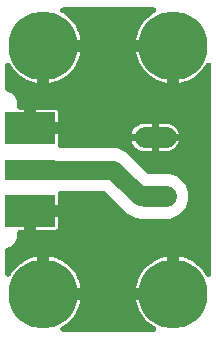
<source format=gbr>
G04 EAGLE Gerber RS-274X export*
G75*
%MOMM*%
%FSLAX34Y34*%
%LPD*%
%INTop Copper*%
%IPPOS*%
%AMOC8*
5,1,8,0,0,1.08239X$1,22.5*%
G01*
%ADD10R,4.191000X1.778000*%
%ADD11R,4.191000X2.667000*%
%ADD12C,1.790700*%
%ADD13C,5.842000*%
%ADD14C,1.600000*%

G36*
X138228Y12666D02*
X138228Y12666D01*
X138286Y12663D01*
X138450Y12686D01*
X138615Y12701D01*
X138671Y12716D01*
X138728Y12724D01*
X138886Y12775D01*
X139046Y12819D01*
X139098Y12844D01*
X139153Y12862D01*
X139299Y12940D01*
X139449Y13012D01*
X139496Y13046D01*
X139546Y13074D01*
X139676Y13177D01*
X139811Y13274D01*
X139851Y13316D01*
X139896Y13352D01*
X140005Y13477D01*
X140120Y13596D01*
X140152Y13645D01*
X140190Y13688D01*
X140275Y13830D01*
X140367Y13968D01*
X140390Y14021D01*
X140420Y14071D01*
X140479Y14226D01*
X140544Y14379D01*
X140557Y14435D01*
X140578Y14489D01*
X140608Y14652D01*
X140646Y14814D01*
X140648Y14871D01*
X140659Y14928D01*
X140659Y15094D01*
X140668Y15260D01*
X140660Y15317D01*
X140660Y15375D01*
X140631Y15538D01*
X140610Y15703D01*
X140592Y15758D01*
X140582Y15815D01*
X140525Y15970D01*
X140474Y16128D01*
X140447Y16179D01*
X140427Y16233D01*
X140343Y16377D01*
X140265Y16523D01*
X140230Y16568D01*
X140200Y16618D01*
X140092Y16744D01*
X139989Y16874D01*
X139946Y16913D01*
X139908Y16956D01*
X139779Y17060D01*
X139655Y17171D01*
X139606Y17201D01*
X139561Y17237D01*
X139348Y17364D01*
X138657Y17734D01*
X136063Y19467D01*
X133652Y21446D01*
X131446Y23652D01*
X129467Y26063D01*
X127734Y28657D01*
X126263Y31408D01*
X125069Y34291D01*
X124164Y37276D01*
X123622Y40001D01*
X152500Y40001D01*
X152550Y40005D01*
X152600Y40003D01*
X152772Y40025D01*
X152945Y40041D01*
X152993Y40054D01*
X153043Y40060D01*
X153208Y40113D01*
X153375Y40159D01*
X153421Y40181D01*
X153468Y40196D01*
X153621Y40277D01*
X153778Y40352D01*
X153819Y40382D01*
X153863Y40405D01*
X153999Y40512D01*
X154140Y40614D01*
X154175Y40650D01*
X154214Y40681D01*
X154329Y40811D01*
X154450Y40936D01*
X154477Y40978D01*
X154510Y41016D01*
X154601Y41164D01*
X154697Y41308D01*
X154717Y41355D01*
X154743Y41397D01*
X154805Y41559D01*
X154874Y41719D01*
X154885Y41767D01*
X154903Y41814D01*
X154936Y41985D01*
X154975Y42154D01*
X154977Y42204D01*
X154987Y42253D01*
X154999Y42500D01*
X154999Y45001D01*
X157500Y45001D01*
X157550Y45005D01*
X157600Y45003D01*
X157772Y45025D01*
X157945Y45041D01*
X157993Y45054D01*
X158043Y45061D01*
X158208Y45113D01*
X158376Y45159D01*
X158421Y45181D01*
X158468Y45196D01*
X158621Y45277D01*
X158778Y45353D01*
X158819Y45382D01*
X158863Y45405D01*
X158999Y45513D01*
X159140Y45614D01*
X159175Y45650D01*
X159214Y45681D01*
X159330Y45811D01*
X159450Y45937D01*
X159477Y45978D01*
X159511Y46016D01*
X159601Y46164D01*
X159697Y46309D01*
X159717Y46355D01*
X159743Y46397D01*
X159805Y46559D01*
X159874Y46719D01*
X159885Y46767D01*
X159903Y46814D01*
X159936Y46985D01*
X159975Y47154D01*
X159978Y47204D01*
X159987Y47253D01*
X159999Y47500D01*
X159999Y76378D01*
X162724Y75836D01*
X165709Y74931D01*
X168592Y73737D01*
X171343Y72266D01*
X173937Y70533D01*
X176348Y68554D01*
X178554Y66348D01*
X180533Y63937D01*
X182266Y61343D01*
X182636Y60652D01*
X182667Y60603D01*
X182692Y60551D01*
X182790Y60417D01*
X182881Y60278D01*
X182920Y60236D01*
X182954Y60189D01*
X183074Y60074D01*
X183188Y59954D01*
X183235Y59920D01*
X183276Y59880D01*
X183415Y59788D01*
X183549Y59690D01*
X183600Y59665D01*
X183648Y59633D01*
X183801Y59567D01*
X183950Y59494D01*
X184006Y59478D01*
X184059Y59456D01*
X184220Y59418D01*
X184380Y59373D01*
X184438Y59368D01*
X184494Y59354D01*
X184659Y59346D01*
X184825Y59330D01*
X184882Y59335D01*
X184940Y59332D01*
X185105Y59354D01*
X185270Y59368D01*
X185326Y59383D01*
X185383Y59390D01*
X185541Y59440D01*
X185701Y59483D01*
X185753Y59508D01*
X185808Y59526D01*
X185955Y59603D01*
X186105Y59674D01*
X186152Y59708D01*
X186203Y59735D01*
X186334Y59837D01*
X186469Y59934D01*
X186509Y59975D01*
X186554Y60011D01*
X186665Y60135D01*
X186780Y60254D01*
X186812Y60302D01*
X186851Y60345D01*
X186937Y60487D01*
X187030Y60625D01*
X187053Y60678D01*
X187083Y60727D01*
X187142Y60881D01*
X187209Y61034D01*
X187223Y61090D01*
X187243Y61144D01*
X187274Y61307D01*
X187313Y61468D01*
X187316Y61526D01*
X187327Y61582D01*
X187339Y61830D01*
X187339Y238170D01*
X187334Y238228D01*
X187337Y238285D01*
X187314Y238450D01*
X187299Y238615D01*
X187284Y238671D01*
X187276Y238728D01*
X187225Y238886D01*
X187181Y239046D01*
X187156Y239098D01*
X187138Y239153D01*
X187060Y239299D01*
X186988Y239449D01*
X186954Y239496D01*
X186926Y239546D01*
X186823Y239676D01*
X186726Y239811D01*
X186684Y239851D01*
X186648Y239896D01*
X186523Y240005D01*
X186404Y240120D01*
X186356Y240152D01*
X186312Y240190D01*
X186170Y240275D01*
X186032Y240367D01*
X185979Y240390D01*
X185929Y240420D01*
X185774Y240479D01*
X185621Y240544D01*
X185565Y240557D01*
X185511Y240578D01*
X185348Y240608D01*
X185186Y240646D01*
X185129Y240648D01*
X185072Y240659D01*
X184906Y240659D01*
X184740Y240668D01*
X184683Y240660D01*
X184625Y240660D01*
X184462Y240631D01*
X184297Y240610D01*
X184242Y240593D01*
X184185Y240582D01*
X184030Y240525D01*
X183872Y240474D01*
X183821Y240447D01*
X183767Y240427D01*
X183624Y240343D01*
X183477Y240265D01*
X183431Y240229D01*
X183382Y240200D01*
X183256Y240092D01*
X183126Y239989D01*
X183087Y239946D01*
X183044Y239908D01*
X182939Y239779D01*
X182829Y239655D01*
X182799Y239606D01*
X182763Y239561D01*
X182636Y239348D01*
X182266Y238657D01*
X180533Y236063D01*
X178554Y233652D01*
X176348Y231446D01*
X173937Y229467D01*
X171343Y227734D01*
X168592Y226263D01*
X165709Y225069D01*
X162724Y224164D01*
X159999Y223622D01*
X159999Y252500D01*
X159995Y252550D01*
X159997Y252600D01*
X159975Y252772D01*
X159959Y252945D01*
X159946Y252993D01*
X159940Y253043D01*
X159887Y253208D01*
X159841Y253375D01*
X159819Y253421D01*
X159804Y253468D01*
X159723Y253621D01*
X159648Y253778D01*
X159618Y253819D01*
X159595Y253863D01*
X159487Y253999D01*
X159386Y254140D01*
X159350Y254175D01*
X159319Y254214D01*
X159189Y254329D01*
X159064Y254450D01*
X159022Y254477D01*
X158984Y254510D01*
X158836Y254601D01*
X158691Y254697D01*
X158645Y254717D01*
X158603Y254743D01*
X158441Y254805D01*
X158281Y254874D01*
X158233Y254885D01*
X158186Y254903D01*
X158015Y254936D01*
X157846Y254975D01*
X157796Y254977D01*
X157747Y254987D01*
X157500Y254999D01*
X154999Y254999D01*
X154999Y257500D01*
X154995Y257550D01*
X154997Y257600D01*
X154975Y257772D01*
X154959Y257945D01*
X154946Y257993D01*
X154939Y258043D01*
X154887Y258208D01*
X154841Y258376D01*
X154819Y258421D01*
X154804Y258468D01*
X154723Y258621D01*
X154647Y258778D01*
X154618Y258819D01*
X154595Y258863D01*
X154487Y258999D01*
X154386Y259140D01*
X154350Y259175D01*
X154319Y259214D01*
X154189Y259330D01*
X154063Y259450D01*
X154022Y259477D01*
X153984Y259511D01*
X153836Y259601D01*
X153691Y259697D01*
X153645Y259717D01*
X153603Y259743D01*
X153441Y259805D01*
X153281Y259874D01*
X153233Y259885D01*
X153186Y259903D01*
X153015Y259936D01*
X152846Y259975D01*
X152796Y259978D01*
X152747Y259987D01*
X152500Y259999D01*
X123622Y259999D01*
X124164Y262724D01*
X125069Y265709D01*
X126263Y268592D01*
X127734Y271343D01*
X129467Y273937D01*
X131446Y276348D01*
X133652Y278554D01*
X136063Y280533D01*
X138657Y282266D01*
X139348Y282636D01*
X139397Y282667D01*
X139449Y282692D01*
X139584Y282790D01*
X139722Y282881D01*
X139764Y282920D01*
X139811Y282954D01*
X139926Y283074D01*
X140046Y283188D01*
X140080Y283235D01*
X140120Y283276D01*
X140212Y283415D01*
X140310Y283549D01*
X140335Y283600D01*
X140367Y283648D01*
X140433Y283801D01*
X140506Y283950D01*
X140521Y284006D01*
X140544Y284059D01*
X140582Y284220D01*
X140627Y284380D01*
X140632Y284438D01*
X140646Y284494D01*
X140654Y284659D01*
X140670Y284825D01*
X140665Y284882D01*
X140668Y284940D01*
X140646Y285104D01*
X140632Y285270D01*
X140617Y285326D01*
X140610Y285383D01*
X140560Y285541D01*
X140517Y285701D01*
X140492Y285753D01*
X140474Y285808D01*
X140397Y285955D01*
X140326Y286105D01*
X140292Y286152D01*
X140265Y286203D01*
X140162Y286334D01*
X140066Y286469D01*
X140025Y286509D01*
X139989Y286554D01*
X139865Y286665D01*
X139746Y286780D01*
X139698Y286812D01*
X139655Y286851D01*
X139513Y286937D01*
X139375Y287030D01*
X139323Y287053D01*
X139273Y287083D01*
X139118Y287142D01*
X138966Y287209D01*
X138910Y287223D01*
X138856Y287243D01*
X138693Y287274D01*
X138532Y287313D01*
X138474Y287316D01*
X138418Y287327D01*
X138170Y287339D01*
X61830Y287339D01*
X61772Y287334D01*
X61714Y287337D01*
X61550Y287314D01*
X61385Y287299D01*
X61329Y287284D01*
X61272Y287276D01*
X61114Y287225D01*
X60954Y287181D01*
X60902Y287156D01*
X60847Y287138D01*
X60701Y287060D01*
X60551Y286988D01*
X60504Y286954D01*
X60454Y286926D01*
X60324Y286823D01*
X60189Y286726D01*
X60149Y286684D01*
X60104Y286648D01*
X59995Y286523D01*
X59880Y286404D01*
X59848Y286355D01*
X59810Y286312D01*
X59725Y286170D01*
X59633Y286032D01*
X59610Y285979D01*
X59580Y285929D01*
X59521Y285774D01*
X59456Y285621D01*
X59443Y285565D01*
X59422Y285511D01*
X59392Y285348D01*
X59354Y285186D01*
X59352Y285129D01*
X59341Y285072D01*
X59341Y284906D01*
X59332Y284740D01*
X59340Y284683D01*
X59340Y284625D01*
X59369Y284462D01*
X59390Y284297D01*
X59408Y284242D01*
X59418Y284185D01*
X59475Y284030D01*
X59526Y283872D01*
X59553Y283821D01*
X59573Y283767D01*
X59657Y283623D01*
X59735Y283477D01*
X59770Y283432D01*
X59800Y283382D01*
X59908Y283256D01*
X60011Y283126D01*
X60054Y283087D01*
X60092Y283044D01*
X60221Y282940D01*
X60345Y282829D01*
X60394Y282799D01*
X60439Y282763D01*
X60652Y282636D01*
X61343Y282266D01*
X63937Y280533D01*
X66348Y278554D01*
X68554Y276348D01*
X70533Y273937D01*
X72266Y271343D01*
X73737Y268592D01*
X74931Y265709D01*
X75836Y262724D01*
X76378Y259999D01*
X47500Y259999D01*
X47450Y259995D01*
X47400Y259997D01*
X47228Y259975D01*
X47055Y259959D01*
X47007Y259946D01*
X46957Y259940D01*
X46792Y259887D01*
X46625Y259841D01*
X46579Y259819D01*
X46532Y259804D01*
X46379Y259723D01*
X46222Y259648D01*
X46181Y259618D01*
X46137Y259595D01*
X46001Y259487D01*
X45860Y259386D01*
X45825Y259350D01*
X45786Y259319D01*
X45671Y259189D01*
X45550Y259064D01*
X45523Y259022D01*
X45490Y258984D01*
X45399Y258836D01*
X45303Y258691D01*
X45283Y258645D01*
X45257Y258603D01*
X45195Y258441D01*
X45126Y258281D01*
X45115Y258233D01*
X45097Y258186D01*
X45064Y258015D01*
X45025Y257846D01*
X45023Y257796D01*
X45013Y257747D01*
X45001Y257500D01*
X45001Y254999D01*
X42500Y254999D01*
X42450Y254995D01*
X42400Y254997D01*
X42228Y254975D01*
X42055Y254959D01*
X42007Y254946D01*
X41957Y254939D01*
X41792Y254887D01*
X41624Y254841D01*
X41579Y254819D01*
X41532Y254804D01*
X41378Y254723D01*
X41222Y254647D01*
X41181Y254618D01*
X41137Y254595D01*
X41001Y254487D01*
X40860Y254386D01*
X40825Y254350D01*
X40786Y254319D01*
X40670Y254189D01*
X40550Y254063D01*
X40523Y254022D01*
X40489Y253984D01*
X40399Y253836D01*
X40303Y253691D01*
X40283Y253645D01*
X40257Y253603D01*
X40195Y253441D01*
X40126Y253281D01*
X40115Y253233D01*
X40097Y253186D01*
X40064Y253015D01*
X40025Y252846D01*
X40022Y252796D01*
X40013Y252747D01*
X40001Y252500D01*
X40001Y223622D01*
X37276Y224164D01*
X34291Y225069D01*
X31408Y226263D01*
X28657Y227734D01*
X26063Y229467D01*
X23652Y231446D01*
X21446Y233652D01*
X19467Y236063D01*
X17734Y238657D01*
X17364Y239348D01*
X17333Y239397D01*
X17308Y239449D01*
X17210Y239583D01*
X17119Y239722D01*
X17080Y239764D01*
X17046Y239811D01*
X16926Y239926D01*
X16812Y240046D01*
X16765Y240080D01*
X16724Y240120D01*
X16585Y240212D01*
X16451Y240310D01*
X16400Y240335D01*
X16352Y240367D01*
X16199Y240433D01*
X16050Y240506D01*
X15994Y240522D01*
X15941Y240544D01*
X15780Y240582D01*
X15620Y240627D01*
X15562Y240632D01*
X15506Y240646D01*
X15341Y240654D01*
X15175Y240670D01*
X15118Y240665D01*
X15060Y240668D01*
X14895Y240646D01*
X14730Y240632D01*
X14674Y240617D01*
X14617Y240610D01*
X14459Y240560D01*
X14299Y240517D01*
X14247Y240492D01*
X14192Y240474D01*
X14045Y240397D01*
X13895Y240326D01*
X13848Y240292D01*
X13797Y240265D01*
X13666Y240163D01*
X13531Y240066D01*
X13491Y240025D01*
X13446Y239989D01*
X13335Y239865D01*
X13220Y239746D01*
X13188Y239698D01*
X13149Y239655D01*
X13063Y239513D01*
X12970Y239375D01*
X12947Y239322D01*
X12917Y239273D01*
X12858Y239119D01*
X12791Y238966D01*
X12777Y238910D01*
X12757Y238856D01*
X12726Y238693D01*
X12687Y238532D01*
X12684Y238474D01*
X12673Y238418D01*
X12661Y238170D01*
X12661Y218540D01*
X12665Y218490D01*
X12663Y218440D01*
X12685Y218268D01*
X12701Y218095D01*
X12714Y218047D01*
X12720Y217997D01*
X12773Y217832D01*
X12819Y217664D01*
X12841Y217619D01*
X12856Y217572D01*
X12937Y217418D01*
X13012Y217262D01*
X13042Y217221D01*
X13065Y217177D01*
X13172Y217040D01*
X13274Y216900D01*
X13310Y216865D01*
X13341Y216826D01*
X13471Y216710D01*
X13596Y216590D01*
X13638Y216563D01*
X13676Y216529D01*
X13824Y216439D01*
X13968Y216343D01*
X14014Y216323D01*
X14057Y216297D01*
X14219Y216235D01*
X14379Y216166D01*
X14427Y216155D01*
X14474Y216137D01*
X14503Y216131D01*
X18456Y214494D01*
X21314Y211636D01*
X22861Y207901D01*
X22861Y203321D01*
X22865Y203271D01*
X22863Y203221D01*
X22885Y203049D01*
X22901Y202876D01*
X22914Y202828D01*
X22920Y202778D01*
X22973Y202613D01*
X23019Y202445D01*
X23041Y202400D01*
X23056Y202353D01*
X23137Y202199D01*
X23212Y202043D01*
X23242Y202002D01*
X23265Y201958D01*
X23372Y201821D01*
X23474Y201681D01*
X23510Y201646D01*
X23541Y201607D01*
X23671Y201491D01*
X23796Y201371D01*
X23838Y201344D01*
X23876Y201310D01*
X24024Y201220D01*
X24168Y201124D01*
X24214Y201104D01*
X24257Y201078D01*
X24419Y201016D01*
X24579Y200947D01*
X24627Y200936D01*
X24674Y200918D01*
X24845Y200885D01*
X25014Y200846D01*
X25064Y200843D01*
X25113Y200834D01*
X25360Y200822D01*
X28855Y200822D01*
X28855Y187446D01*
X28859Y187396D01*
X28857Y187346D01*
X28879Y187174D01*
X28895Y187001D01*
X28908Y186953D01*
X28914Y186903D01*
X28967Y186738D01*
X29013Y186570D01*
X29035Y186525D01*
X29050Y186478D01*
X29131Y186325D01*
X29206Y186168D01*
X29236Y186127D01*
X29259Y186083D01*
X29367Y185947D01*
X29468Y185806D01*
X29504Y185771D01*
X29535Y185732D01*
X29665Y185617D01*
X29790Y185496D01*
X29832Y185469D01*
X29870Y185435D01*
X30018Y185345D01*
X30163Y185249D01*
X30209Y185229D01*
X30251Y185203D01*
X30413Y185141D01*
X30573Y185072D01*
X30621Y185061D01*
X30668Y185043D01*
X30839Y185010D01*
X31008Y184971D01*
X31058Y184969D01*
X31107Y184959D01*
X31354Y184947D01*
X33855Y184947D01*
X33855Y182446D01*
X33859Y182396D01*
X33857Y182346D01*
X33879Y182174D01*
X33895Y182001D01*
X33908Y181953D01*
X33915Y181903D01*
X33967Y181738D01*
X34013Y181570D01*
X34035Y181525D01*
X34050Y181478D01*
X34131Y181325D01*
X34207Y181168D01*
X34236Y181127D01*
X34259Y181083D01*
X34367Y180947D01*
X34468Y180806D01*
X34504Y180771D01*
X34535Y180732D01*
X34665Y180616D01*
X34791Y180496D01*
X34832Y180469D01*
X34870Y180435D01*
X35018Y180345D01*
X35163Y180249D01*
X35209Y180229D01*
X35251Y180203D01*
X35413Y180141D01*
X35573Y180072D01*
X35621Y180061D01*
X35668Y180043D01*
X35839Y180010D01*
X36008Y179971D01*
X36058Y179968D01*
X36107Y179959D01*
X36354Y179947D01*
X57350Y179947D01*
X57350Y171277D01*
X57315Y171147D01*
X57289Y170996D01*
X57254Y170846D01*
X57250Y170776D01*
X57238Y170707D01*
X57239Y170553D01*
X57232Y170400D01*
X57241Y170330D01*
X57241Y170260D01*
X57270Y170109D01*
X57289Y169957D01*
X57311Y169890D01*
X57324Y169821D01*
X57378Y169678D01*
X57425Y169532D01*
X57458Y169469D01*
X57483Y169404D01*
X57562Y169273D01*
X57634Y169137D01*
X57678Y169082D01*
X57714Y169022D01*
X57815Y168906D01*
X57910Y168786D01*
X57963Y168739D01*
X58009Y168686D01*
X58130Y168591D01*
X58245Y168489D01*
X58305Y168453D01*
X58360Y168409D01*
X58495Y168337D01*
X58626Y168257D01*
X58692Y168232D01*
X58754Y168199D01*
X58900Y168152D01*
X59043Y168097D01*
X59112Y168084D01*
X59179Y168062D01*
X59331Y168042D01*
X59482Y168013D01*
X59586Y168008D01*
X59622Y168003D01*
X59653Y168005D01*
X59729Y168001D01*
X107581Y168001D01*
X114197Y165260D01*
X132371Y147086D01*
X132514Y146967D01*
X132653Y146843D01*
X132685Y146824D01*
X132713Y146800D01*
X132876Y146708D01*
X133035Y146611D01*
X133069Y146597D01*
X133102Y146579D01*
X133278Y146517D01*
X133452Y146450D01*
X133488Y146443D01*
X133523Y146431D01*
X133707Y146401D01*
X133891Y146366D01*
X133941Y146364D01*
X133964Y146360D01*
X134001Y146361D01*
X134138Y146354D01*
X152424Y146354D01*
X159390Y143469D01*
X164722Y138137D01*
X167608Y131170D01*
X167608Y123630D01*
X164722Y116663D01*
X159390Y111331D01*
X152424Y108446D01*
X126976Y108446D01*
X125134Y109209D01*
X124997Y109252D01*
X124863Y109303D01*
X124784Y109318D01*
X124707Y109342D01*
X124565Y109360D01*
X124424Y109387D01*
X124301Y109393D01*
X124264Y109398D01*
X124237Y109396D01*
X124177Y109399D01*
X123019Y109399D01*
X116403Y112140D01*
X97276Y131267D01*
X97133Y131387D01*
X96993Y131511D01*
X96961Y131530D01*
X96933Y131554D01*
X96771Y131646D01*
X96611Y131743D01*
X96577Y131756D01*
X96545Y131774D01*
X96369Y131836D01*
X96195Y131903D01*
X96158Y131910D01*
X96123Y131923D01*
X95939Y131952D01*
X95756Y131987D01*
X95705Y131990D01*
X95682Y131993D01*
X95645Y131992D01*
X95509Y131999D01*
X59729Y131999D01*
X59576Y131986D01*
X59423Y131980D01*
X59354Y131966D01*
X59284Y131959D01*
X59136Y131919D01*
X58986Y131886D01*
X58921Y131860D01*
X58853Y131841D01*
X58715Y131774D01*
X58573Y131716D01*
X58514Y131678D01*
X58451Y131648D01*
X58326Y131558D01*
X58197Y131475D01*
X58146Y131427D01*
X58089Y131386D01*
X57982Y131275D01*
X57870Y131171D01*
X57828Y131114D01*
X57779Y131064D01*
X57694Y130936D01*
X57603Y130813D01*
X57571Y130750D01*
X57532Y130692D01*
X57471Y130551D01*
X57403Y130413D01*
X57383Y130346D01*
X57355Y130281D01*
X57320Y130132D01*
X57277Y129985D01*
X57270Y129915D01*
X57254Y129846D01*
X57246Y129693D01*
X57230Y129541D01*
X57235Y129470D01*
X57232Y129400D01*
X57252Y129248D01*
X57263Y129095D01*
X57285Y128993D01*
X57289Y128957D01*
X57299Y128927D01*
X57315Y128853D01*
X57350Y128723D01*
X57350Y120053D01*
X36354Y120053D01*
X36304Y120049D01*
X36254Y120051D01*
X36082Y120029D01*
X35909Y120013D01*
X35861Y120000D01*
X35811Y119994D01*
X35646Y119941D01*
X35478Y119895D01*
X35433Y119873D01*
X35386Y119858D01*
X35233Y119777D01*
X35076Y119702D01*
X35035Y119672D01*
X34991Y119649D01*
X34855Y119541D01*
X34714Y119440D01*
X34679Y119404D01*
X34640Y119373D01*
X34525Y119243D01*
X34404Y119118D01*
X34377Y119076D01*
X34343Y119038D01*
X34253Y118890D01*
X34157Y118745D01*
X34137Y118699D01*
X34111Y118657D01*
X34049Y118495D01*
X33980Y118335D01*
X33969Y118287D01*
X33951Y118240D01*
X33918Y118069D01*
X33879Y117900D01*
X33877Y117850D01*
X33867Y117801D01*
X33855Y117554D01*
X33855Y115053D01*
X31354Y115053D01*
X31304Y115049D01*
X31254Y115051D01*
X31082Y115029D01*
X30909Y115013D01*
X30861Y115000D01*
X30811Y114993D01*
X30646Y114941D01*
X30478Y114895D01*
X30433Y114873D01*
X30386Y114858D01*
X30233Y114777D01*
X30076Y114701D01*
X30035Y114672D01*
X29991Y114649D01*
X29855Y114541D01*
X29714Y114440D01*
X29679Y114404D01*
X29640Y114373D01*
X29524Y114243D01*
X29404Y114117D01*
X29377Y114076D01*
X29343Y114038D01*
X29253Y113890D01*
X29157Y113745D01*
X29137Y113699D01*
X29111Y113657D01*
X29049Y113495D01*
X28980Y113335D01*
X28969Y113287D01*
X28951Y113240D01*
X28918Y113069D01*
X28879Y112900D01*
X28876Y112850D01*
X28867Y112801D01*
X28855Y112554D01*
X28855Y99178D01*
X25360Y99178D01*
X25310Y99174D01*
X25260Y99176D01*
X25088Y99154D01*
X24915Y99138D01*
X24867Y99125D01*
X24817Y99119D01*
X24652Y99066D01*
X24484Y99020D01*
X24439Y98998D01*
X24392Y98983D01*
X24238Y98902D01*
X24082Y98827D01*
X24041Y98797D01*
X23997Y98774D01*
X23860Y98667D01*
X23720Y98565D01*
X23685Y98529D01*
X23646Y98498D01*
X23530Y98368D01*
X23410Y98243D01*
X23383Y98201D01*
X23349Y98163D01*
X23259Y98015D01*
X23163Y97871D01*
X23143Y97825D01*
X23117Y97782D01*
X23055Y97620D01*
X22986Y97460D01*
X22975Y97412D01*
X22957Y97365D01*
X22924Y97194D01*
X22885Y97025D01*
X22882Y96975D01*
X22873Y96926D01*
X22861Y96679D01*
X22861Y92099D01*
X21314Y88364D01*
X18456Y85506D01*
X14446Y83845D01*
X14284Y83801D01*
X14239Y83779D01*
X14192Y83764D01*
X14038Y83683D01*
X13882Y83608D01*
X13841Y83578D01*
X13797Y83555D01*
X13660Y83448D01*
X13520Y83346D01*
X13485Y83310D01*
X13446Y83279D01*
X13330Y83149D01*
X13210Y83024D01*
X13183Y82982D01*
X13149Y82944D01*
X13059Y82796D01*
X12963Y82652D01*
X12943Y82606D01*
X12917Y82563D01*
X12855Y82401D01*
X12786Y82241D01*
X12775Y82193D01*
X12757Y82146D01*
X12724Y81975D01*
X12685Y81806D01*
X12682Y81756D01*
X12673Y81707D01*
X12661Y81460D01*
X12661Y61830D01*
X12666Y61772D01*
X12663Y61714D01*
X12686Y61550D01*
X12701Y61385D01*
X12716Y61329D01*
X12724Y61272D01*
X12775Y61114D01*
X12819Y60954D01*
X12844Y60902D01*
X12862Y60847D01*
X12940Y60701D01*
X13012Y60551D01*
X13046Y60504D01*
X13074Y60454D01*
X13177Y60324D01*
X13274Y60189D01*
X13316Y60149D01*
X13352Y60104D01*
X13477Y59995D01*
X13596Y59880D01*
X13645Y59848D01*
X13688Y59810D01*
X13830Y59725D01*
X13968Y59633D01*
X14021Y59610D01*
X14071Y59580D01*
X14226Y59521D01*
X14379Y59456D01*
X14435Y59443D01*
X14489Y59422D01*
X14652Y59392D01*
X14814Y59354D01*
X14871Y59352D01*
X14928Y59341D01*
X15094Y59341D01*
X15260Y59332D01*
X15317Y59340D01*
X15375Y59340D01*
X15538Y59369D01*
X15703Y59390D01*
X15758Y59408D01*
X15815Y59418D01*
X15970Y59475D01*
X16128Y59526D01*
X16179Y59553D01*
X16233Y59573D01*
X16377Y59657D01*
X16523Y59735D01*
X16568Y59770D01*
X16618Y59800D01*
X16744Y59908D01*
X16874Y60011D01*
X16913Y60054D01*
X16956Y60092D01*
X17060Y60221D01*
X17171Y60345D01*
X17201Y60394D01*
X17237Y60439D01*
X17364Y60652D01*
X17734Y61343D01*
X19467Y63937D01*
X21446Y66348D01*
X23652Y68554D01*
X26063Y70533D01*
X28657Y72266D01*
X31408Y73737D01*
X34291Y74931D01*
X37276Y75836D01*
X40001Y76378D01*
X40001Y47500D01*
X40005Y47450D01*
X40003Y47400D01*
X40025Y47228D01*
X40041Y47055D01*
X40054Y47007D01*
X40060Y46957D01*
X40113Y46792D01*
X40159Y46625D01*
X40181Y46579D01*
X40196Y46532D01*
X40277Y46379D01*
X40352Y46222D01*
X40382Y46181D01*
X40405Y46137D01*
X40512Y46001D01*
X40614Y45860D01*
X40650Y45825D01*
X40681Y45786D01*
X40811Y45671D01*
X40936Y45550D01*
X40978Y45523D01*
X41016Y45490D01*
X41164Y45399D01*
X41308Y45303D01*
X41355Y45283D01*
X41397Y45257D01*
X41559Y45195D01*
X41719Y45126D01*
X41767Y45115D01*
X41814Y45097D01*
X41985Y45064D01*
X42154Y45025D01*
X42204Y45023D01*
X42253Y45013D01*
X42500Y45001D01*
X45001Y45001D01*
X45001Y42500D01*
X45005Y42450D01*
X45003Y42400D01*
X45025Y42228D01*
X45041Y42055D01*
X45054Y42007D01*
X45061Y41957D01*
X45113Y41792D01*
X45159Y41624D01*
X45181Y41579D01*
X45196Y41532D01*
X45277Y41378D01*
X45353Y41222D01*
X45382Y41181D01*
X45405Y41137D01*
X45513Y41001D01*
X45614Y40860D01*
X45650Y40825D01*
X45681Y40786D01*
X45811Y40670D01*
X45937Y40550D01*
X45978Y40523D01*
X46016Y40489D01*
X46164Y40399D01*
X46309Y40303D01*
X46355Y40283D01*
X46397Y40257D01*
X46559Y40195D01*
X46719Y40126D01*
X46767Y40115D01*
X46814Y40097D01*
X46985Y40064D01*
X47154Y40025D01*
X47204Y40022D01*
X47253Y40013D01*
X47500Y40001D01*
X76378Y40001D01*
X75836Y37276D01*
X74931Y34291D01*
X73737Y31408D01*
X72266Y28657D01*
X70533Y26063D01*
X68554Y23652D01*
X66348Y21446D01*
X63937Y19467D01*
X61343Y17734D01*
X60652Y17364D01*
X60603Y17333D01*
X60551Y17308D01*
X60417Y17210D01*
X60278Y17119D01*
X60236Y17080D01*
X60189Y17046D01*
X60074Y16926D01*
X59954Y16812D01*
X59920Y16765D01*
X59880Y16724D01*
X59788Y16585D01*
X59690Y16451D01*
X59665Y16400D01*
X59633Y16352D01*
X59567Y16199D01*
X59494Y16050D01*
X59478Y15994D01*
X59456Y15941D01*
X59418Y15780D01*
X59373Y15620D01*
X59368Y15562D01*
X59354Y15506D01*
X59346Y15341D01*
X59330Y15175D01*
X59335Y15118D01*
X59332Y15060D01*
X59354Y14895D01*
X59368Y14730D01*
X59383Y14674D01*
X59390Y14617D01*
X59440Y14459D01*
X59483Y14299D01*
X59508Y14247D01*
X59526Y14192D01*
X59603Y14045D01*
X59674Y13895D01*
X59708Y13848D01*
X59735Y13797D01*
X59837Y13666D01*
X59934Y13531D01*
X59975Y13491D01*
X60011Y13446D01*
X60135Y13335D01*
X60254Y13220D01*
X60302Y13188D01*
X60345Y13149D01*
X60487Y13063D01*
X60625Y12970D01*
X60678Y12947D01*
X60727Y12917D01*
X60881Y12858D01*
X61034Y12791D01*
X61090Y12777D01*
X61144Y12757D01*
X61307Y12726D01*
X61468Y12687D01*
X61526Y12684D01*
X61582Y12673D01*
X61830Y12661D01*
X138170Y12661D01*
X138228Y12666D01*
G37*
%LPC*%
G36*
X49999Y49999D02*
X49999Y49999D01*
X49999Y76378D01*
X52724Y75836D01*
X55709Y74931D01*
X58592Y73737D01*
X61343Y72266D01*
X63937Y70533D01*
X66348Y68554D01*
X68554Y66348D01*
X70533Y63937D01*
X72266Y61343D01*
X73737Y58592D01*
X74931Y55709D01*
X75836Y52724D01*
X76378Y49999D01*
X49999Y49999D01*
G37*
%LPD*%
%LPC*%
G36*
X49999Y250001D02*
X49999Y250001D01*
X76378Y250001D01*
X75836Y247276D01*
X74931Y244291D01*
X73737Y241408D01*
X72266Y238657D01*
X70533Y236063D01*
X68554Y233652D01*
X66348Y231446D01*
X63937Y229467D01*
X61343Y227734D01*
X58592Y226263D01*
X55709Y225069D01*
X52724Y224164D01*
X49999Y223622D01*
X49999Y250001D01*
G37*
%LPD*%
%LPC*%
G36*
X123622Y49999D02*
X123622Y49999D01*
X124164Y52724D01*
X125069Y55709D01*
X126263Y58592D01*
X127734Y61343D01*
X129467Y63937D01*
X131446Y66348D01*
X133652Y68554D01*
X136063Y70533D01*
X138657Y72266D01*
X141408Y73737D01*
X144291Y74931D01*
X147276Y75836D01*
X150001Y76378D01*
X150001Y49999D01*
X123622Y49999D01*
G37*
%LPD*%
%LPC*%
G36*
X147276Y224164D02*
X147276Y224164D01*
X144291Y225069D01*
X141408Y226263D01*
X138657Y227734D01*
X136063Y229467D01*
X133652Y231446D01*
X131446Y233652D01*
X129467Y236063D01*
X127734Y238657D01*
X126263Y241408D01*
X125069Y244291D01*
X124164Y247276D01*
X123622Y250001D01*
X150001Y250001D01*
X150001Y223622D01*
X147276Y224164D01*
G37*
%LPD*%
%LPC*%
G36*
X38853Y189945D02*
X38853Y189945D01*
X38853Y200822D01*
X55143Y200822D01*
X55790Y200649D01*
X56369Y200314D01*
X56842Y199841D01*
X57177Y199262D01*
X57350Y198615D01*
X57350Y189945D01*
X38853Y189945D01*
G37*
%LPD*%
%LPC*%
G36*
X38853Y99178D02*
X38853Y99178D01*
X38853Y110055D01*
X57350Y110055D01*
X57350Y101385D01*
X57177Y100738D01*
X56842Y100159D01*
X56369Y99686D01*
X55790Y99351D01*
X55143Y99178D01*
X38853Y99178D01*
G37*
%LPD*%
%LPC*%
G36*
X142684Y180384D02*
X142684Y180384D01*
X142684Y188894D01*
X149558Y188894D01*
X151345Y188611D01*
X153066Y188052D01*
X154678Y187231D01*
X156141Y186167D01*
X157421Y184888D01*
X158484Y183424D01*
X159306Y181812D01*
X159770Y180384D01*
X142684Y180384D01*
G37*
%LPD*%
%LPC*%
G36*
X119630Y180384D02*
X119630Y180384D01*
X120094Y181812D01*
X120916Y183424D01*
X121979Y184888D01*
X123259Y186167D01*
X124722Y187231D01*
X126334Y188052D01*
X128055Y188611D01*
X129842Y188894D01*
X136716Y188894D01*
X136716Y180384D01*
X119630Y180384D01*
G37*
%LPD*%
%LPC*%
G36*
X142684Y165906D02*
X142684Y165906D01*
X142684Y174416D01*
X159770Y174416D01*
X159306Y172988D01*
X158484Y171376D01*
X157421Y169912D01*
X156141Y168633D01*
X154678Y167569D01*
X153066Y166748D01*
X151345Y166189D01*
X149558Y165906D01*
X142684Y165906D01*
G37*
%LPD*%
%LPC*%
G36*
X129842Y165906D02*
X129842Y165906D01*
X128055Y166189D01*
X126334Y166748D01*
X124722Y167569D01*
X123259Y168633D01*
X121979Y169912D01*
X120916Y171376D01*
X120094Y172988D01*
X119630Y174416D01*
X136716Y174416D01*
X136716Y165906D01*
X129842Y165906D01*
G37*
%LPD*%
D10*
X33854Y150000D03*
D11*
X33854Y184946D03*
X33854Y115054D03*
D12*
X130747Y177400D02*
X148654Y177400D01*
X148654Y127400D02*
X130747Y127400D01*
D13*
X45000Y45000D03*
X45000Y255000D03*
X155000Y255000D03*
X155000Y45000D03*
D14*
X104000Y150000D02*
X33854Y150000D01*
X126600Y127400D02*
X139700Y127400D01*
X126600Y127400D02*
X104000Y150000D01*
M02*

</source>
